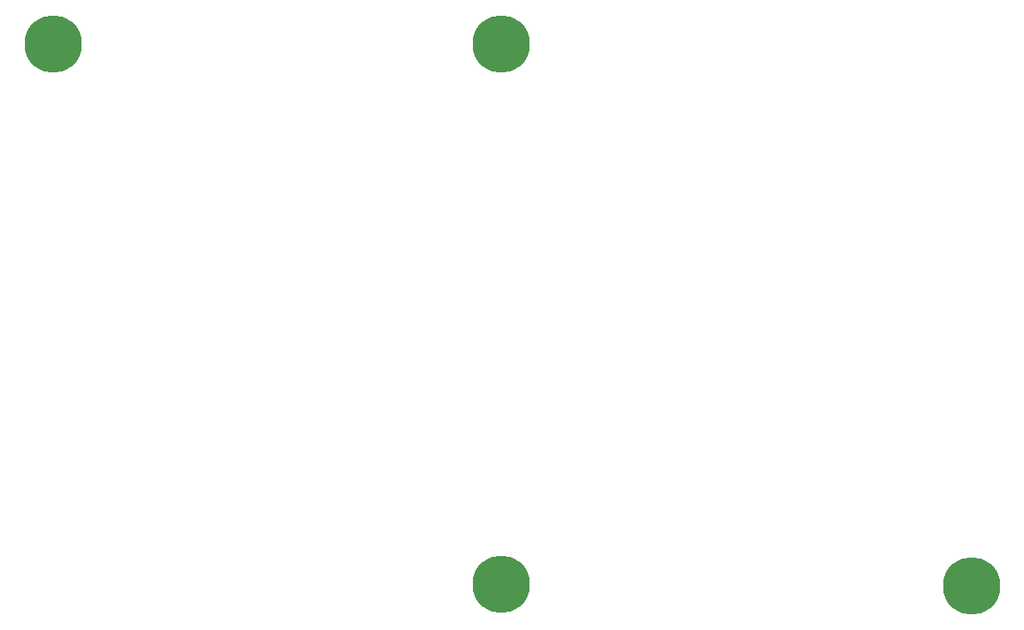
<source format=gbr>
G04 EAGLE Gerber RS-274X export*
G75*
%MOMM*%
%FSLAX34Y34*%
%LPD*%
%INBottom Copper*%
%IPPOS*%
%AMOC8*
5,1,8,0,0,1.08239X$1,22.5*%
G01*
%ADD10C,5.842000*%


D10*
X670600Y786000D03*
X214000Y786700D03*
X1149300Y234000D03*
X670600Y236000D03*
M02*

</source>
